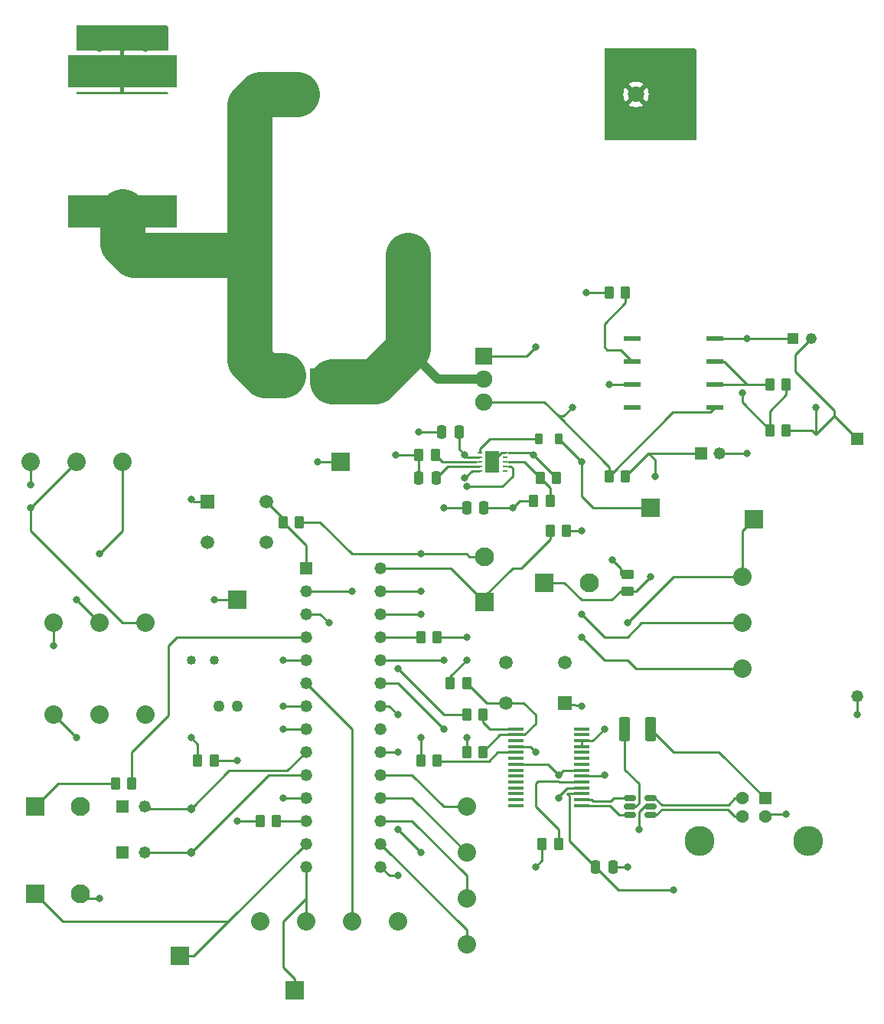
<source format=gbr>
%TF.GenerationSoftware,KiCad,Pcbnew,7.0.8*%
%TF.CreationDate,2023-11-20T12:48:28-05:00*%
%TF.ProjectId,Fufupot,46756675-706f-4742-9e6b-696361645f70,rev?*%
%TF.SameCoordinates,Original*%
%TF.FileFunction,Copper,L1,Top*%
%TF.FilePolarity,Positive*%
%FSLAX46Y46*%
G04 Gerber Fmt 4.6, Leading zero omitted, Abs format (unit mm)*
G04 Created by KiCad (PCBNEW 7.0.8) date 2023-11-20 12:48:28*
%MOMM*%
%LPD*%
G01*
G04 APERTURE LIST*
G04 Aperture macros list*
%AMRoundRect*
0 Rectangle with rounded corners*
0 $1 Rounding radius*
0 $2 $3 $4 $5 $6 $7 $8 $9 X,Y pos of 4 corners*
0 Add a 4 corners polygon primitive as box body*
4,1,4,$2,$3,$4,$5,$6,$7,$8,$9,$2,$3,0*
0 Add four circle primitives for the rounded corners*
1,1,$1+$1,$2,$3*
1,1,$1+$1,$4,$5*
1,1,$1+$1,$6,$7*
1,1,$1+$1,$8,$9*
0 Add four rect primitives between the rounded corners*
20,1,$1+$1,$2,$3,$4,$5,0*
20,1,$1+$1,$4,$5,$6,$7,0*
20,1,$1+$1,$6,$7,$8,$9,0*
20,1,$1+$1,$8,$9,$2,$3,0*%
G04 Aperture macros list end*
%TA.AperFunction,SMDPad,CuDef*%
%ADD10R,2.000000X2.000000*%
%TD*%
%TA.AperFunction,SMDPad,CuDef*%
%ADD11R,0.599999X0.240000*%
%TD*%
%TA.AperFunction,SMDPad,CuDef*%
%ADD12R,1.649999X2.400000*%
%TD*%
%TA.AperFunction,ComponentPad*%
%ADD13R,1.800000X1.800000*%
%TD*%
%TA.AperFunction,ComponentPad*%
%ADD14C,1.800000*%
%TD*%
%TA.AperFunction,ComponentPad*%
%ADD15R,1.219200X1.219200*%
%TD*%
%TA.AperFunction,ComponentPad*%
%ADD16C,1.219200*%
%TD*%
%TA.AperFunction,SMDPad,CuDef*%
%ADD17RoundRect,0.250000X-0.262500X-0.450000X0.262500X-0.450000X0.262500X0.450000X-0.262500X0.450000X0*%
%TD*%
%TA.AperFunction,SMDPad,CuDef*%
%ADD18RoundRect,0.250000X0.250000X0.475000X-0.250000X0.475000X-0.250000X-0.475000X0.250000X-0.475000X0*%
%TD*%
%TA.AperFunction,SMDPad,CuDef*%
%ADD19RoundRect,0.218750X-0.218750X-0.381250X0.218750X-0.381250X0.218750X0.381250X-0.218750X0.381250X0*%
%TD*%
%TA.AperFunction,ComponentPad*%
%ADD20R,1.905000X1.905000*%
%TD*%
%TA.AperFunction,ComponentPad*%
%ADD21C,1.905000*%
%TD*%
%TA.AperFunction,SMDPad,CuDef*%
%ADD22RoundRect,0.250000X0.262500X0.450000X-0.262500X0.450000X-0.262500X-0.450000X0.262500X-0.450000X0*%
%TD*%
%TA.AperFunction,ComponentPad*%
%ADD23R,2.100000X2.100000*%
%TD*%
%TA.AperFunction,ComponentPad*%
%ADD24C,2.100000*%
%TD*%
%TA.AperFunction,ComponentPad*%
%ADD25C,2.032000*%
%TD*%
%TA.AperFunction,ComponentPad*%
%ADD26R,1.320800X1.320800*%
%TD*%
%TA.AperFunction,ComponentPad*%
%ADD27C,1.320800*%
%TD*%
%TA.AperFunction,SMDPad,CuDef*%
%ADD28RoundRect,0.250000X0.375000X1.075000X-0.375000X1.075000X-0.375000X-1.075000X0.375000X-1.075000X0*%
%TD*%
%TA.AperFunction,SMDPad,CuDef*%
%ADD29R,1.854200X0.609600*%
%TD*%
%TA.AperFunction,ComponentPad*%
%ADD30R,1.575000X1.575000*%
%TD*%
%TA.AperFunction,ComponentPad*%
%ADD31C,1.575000*%
%TD*%
%TA.AperFunction,SMDPad,CuDef*%
%ADD32RoundRect,0.150000X0.512500X0.150000X-0.512500X0.150000X-0.512500X-0.150000X0.512500X-0.150000X0*%
%TD*%
%TA.AperFunction,ComponentPad*%
%ADD33R,1.600200X1.600200*%
%TD*%
%TA.AperFunction,ComponentPad*%
%ADD34C,1.600200*%
%TD*%
%TA.AperFunction,SMDPad,CuDef*%
%ADD35R,12.100000X3.550000*%
%TD*%
%TA.AperFunction,ComponentPad*%
%ADD36R,1.508000X1.508000*%
%TD*%
%TA.AperFunction,ComponentPad*%
%ADD37C,1.508000*%
%TD*%
%TA.AperFunction,SMDPad,CuDef*%
%ADD38RoundRect,0.250000X-0.250000X-0.475000X0.250000X-0.475000X0.250000X0.475000X-0.250000X0.475000X0*%
%TD*%
%TA.AperFunction,SMDPad,CuDef*%
%ADD39RoundRect,0.250000X-0.450000X0.262500X-0.450000X-0.262500X0.450000X-0.262500X0.450000X0.262500X0*%
%TD*%
%TA.AperFunction,ComponentPad*%
%ADD40C,1.270000*%
%TD*%
%TA.AperFunction,SMDPad,CuDef*%
%ADD41R,1.750000X0.450000*%
%TD*%
%TA.AperFunction,ComponentPad*%
%ADD42C,0.965200*%
%TD*%
%TA.AperFunction,ComponentPad*%
%ADD43C,1.016000*%
%TD*%
%TA.AperFunction,ComponentPad*%
%ADD44C,3.316000*%
%TD*%
%TA.AperFunction,ComponentPad*%
%ADD45C,1.428000*%
%TD*%
%TA.AperFunction,ComponentPad*%
%ADD46R,1.428000X1.428000*%
%TD*%
%TA.AperFunction,ViaPad*%
%ADD47C,0.800000*%
%TD*%
%TA.AperFunction,Conductor*%
%ADD48C,0.250000*%
%TD*%
%TA.AperFunction,Conductor*%
%ADD49C,0.284000*%
%TD*%
%TA.AperFunction,Conductor*%
%ADD50C,0.200000*%
%TD*%
%TA.AperFunction,Conductor*%
%ADD51C,1.000000*%
%TD*%
%TA.AperFunction,Conductor*%
%ADD52C,5.000000*%
%TD*%
G04 APERTURE END LIST*
D10*
%TO.P,TP6,1,1*%
%TO.N,PWM Speed Control*%
X140970000Y-102870000D03*
%TD*%
%TO.P,TP5,1,1*%
%TO.N,D_Buzz*%
X77470000Y-151130000D03*
%TD*%
%TO.P,TP4,1,1*%
%TO.N,D_Switch*%
X90170000Y-154940000D03*
%TD*%
%TO.P,TP2,1,1*%
%TO.N,+48V*%
X95250000Y-96520000D03*
%TD*%
%TO.P,TP1,1,1*%
%TO.N,+5V*%
X83820000Y-111760000D03*
%TD*%
%TO.P,TP3,1,1*%
%TO.N,+16V*%
X129540000Y-101600000D03*
%TD*%
D11*
%TO.P,U2,1,SW*%
%TO.N,Net-(U2-SW)*%
X110675000Y-95474414D03*
%TO.P,U2,2,VIN*%
%TO.N,+48V*%
X110675000Y-95974413D03*
%TO.P,U2,3,ILIM*%
%TO.N,Net-(U2-ILIM)*%
X110675000Y-96474415D03*
%TO.P,U2,4,SS*%
%TO.N,Net-(U2-SS)*%
X110675000Y-96974414D03*
%TO.P,U2,5,RT*%
%TO.N,GND*%
X110675000Y-97474413D03*
%TO.P,U2,6,PGOOD*%
%TO.N,unconnected-(U2-PGOOD-Pad6)*%
X113475000Y-97474413D03*
%TO.P,U2,7,EN*%
%TO.N,+48V*%
X113475000Y-96974414D03*
%TO.P,U2,8,FB*%
%TO.N,Net-(U2-FB)*%
X113475000Y-96474415D03*
%TO.P,U2,9,HYS*%
%TO.N,unconnected-(U2-HYS-Pad9)*%
X113475000Y-95974413D03*
%TO.P,U2,10,GND*%
%TO.N,GND*%
X113475000Y-95474414D03*
D12*
%TO.P,U2,11,PAD*%
X112075003Y-96474415D03*
%TD*%
D13*
%TO.P,C10,1,1*%
%TO.N,Net-(J4-Pin_2)*%
X90470000Y-55880000D03*
D14*
%TO.P,C10,2,2*%
%TO.N,GND*%
X127970000Y-55880000D03*
%TD*%
D15*
%TO.P,C9,1*%
%TO.N,+16V*%
X145320000Y-82839415D03*
D16*
%TO.P,C9,2*%
%TO.N,Net-(IC1-VSS)*%
X147326600Y-82839415D03*
%TD*%
D17*
%TO.P,R15,1*%
%TO.N,Net-(IC1-VO1)*%
X142780000Y-87919415D03*
%TO.P,R15,2*%
%TO.N,Net-(U5-G)*%
X144605000Y-87919415D03*
%TD*%
%TO.P,R16,1*%
%TO.N,Net-(U5-G)*%
X142780000Y-92999415D03*
%TO.P,R16,2*%
%TO.N,Net-(IC1-VSS)*%
X144605000Y-92999415D03*
%TD*%
D18*
%TO.P,C1,1*%
%TO.N,+48V*%
X108395000Y-93184415D03*
%TO.P,C1,2*%
%TO.N,GND*%
X106495000Y-93184415D03*
%TD*%
D19*
%TO.P,L1,1,1*%
%TO.N,Net-(U2-SW)*%
X117255000Y-93980000D03*
%TO.P,L1,2,2*%
%TO.N,+16V*%
X119380000Y-93980000D03*
%TD*%
D20*
%TO.P,U5,1,G*%
%TO.N,Net-(U5-G)*%
X111155000Y-84764415D03*
D21*
%TO.P,U5,2,C*%
%TO.N,Net-(J4-Pin_1)*%
X111155000Y-87314415D03*
%TO.P,U5,3,E*%
%TO.N,Net-(IC1-VSS)*%
X111155000Y-89864415D03*
%TD*%
D22*
%TO.P,R11,1*%
%TO.N,Net-(U3-TXD)*%
X111045000Y-124460000D03*
%TO.P,R11,2*%
%TO.N,TX*%
X109220000Y-124460000D03*
%TD*%
D23*
%TO.P,J7,1,Pin_1*%
%TO.N,Net-(J7-Pin_1)*%
X61500000Y-134620000D03*
D24*
%TO.P,J7,2,Pin_2*%
%TO.N,GND*%
X66500000Y-134620000D03*
%TD*%
D25*
%TO.P,J11,1,Pin_1*%
%TO.N,Net-(J11-Pin_1)*%
X63500000Y-124460000D03*
%TO.P,J11,2,Pin_2*%
%TO.N,+5V*%
X68580000Y-124460000D03*
%TO.P,J11,3,Pin_3*%
%TO.N,GND*%
X73660000Y-124460000D03*
%TD*%
D23*
%TO.P,J6,1,Pin_1*%
%TO.N,D_Buzz*%
X61500000Y-144255000D03*
D24*
%TO.P,J6,2,Pin_2*%
%TO.N,GND*%
X66500000Y-144255000D03*
%TD*%
D22*
%TO.P,R12,1*%
%TO.N,GND*%
X120292500Y-104140000D03*
%TO.P,R12,2*%
%TO.N,A2*%
X118467500Y-104140000D03*
%TD*%
D26*
%TO.P,C6,1*%
%TO.N,GND*%
X71120000Y-139700000D03*
D27*
%TO.P,C6,2*%
%TO.N,Net-(U4-PB7)*%
X73620000Y-139700000D03*
%TD*%
D28*
%TO.P,F1,1*%
%TO.N,Net-(J2-VBUS)*%
X129540000Y-126019415D03*
%TO.P,F1,2*%
%TO.N,VBUS*%
X126740000Y-126019415D03*
%TD*%
D29*
%TO.P,IC1,1,NC_1*%
%TO.N,unconnected-(IC1-NC_1-Pad1)*%
X127540000Y-82839415D03*
%TO.P,IC1,2,ANODE*%
%TO.N,Net-(IC1-ANODE)*%
X127540000Y-85379415D03*
%TO.P,IC1,3,CATHODE*%
%TO.N,GND*%
X127540000Y-87919415D03*
%TO.P,IC1,4,NC_2*%
%TO.N,unconnected-(IC1-NC_2-Pad4)*%
X127540000Y-90459415D03*
%TO.P,IC1,5,VSS*%
%TO.N,Net-(IC1-VSS)*%
X136697000Y-90459415D03*
%TO.P,IC1,6,VO1*%
%TO.N,Net-(IC1-VO1)*%
X136697000Y-87919415D03*
%TO.P,IC1,7,VO2*%
X136697000Y-85379415D03*
%TO.P,IC1,8,VDD*%
%TO.N,+16V*%
X136697000Y-82839415D03*
%TD*%
D22*
%TO.P,R8,1*%
%TO.N,DTR*%
X109220000Y-120939415D03*
%TO.P,R8,2*%
%TO.N,+5V*%
X107395000Y-120939415D03*
%TD*%
D25*
%TO.P,J3,1,Pin_1*%
%TO.N,+5V*%
X71120000Y-96520000D03*
%TO.P,J3,2,Pin_2*%
%TO.N,+48V*%
X66040000Y-96520000D03*
%TO.P,J3,3,Pin_3*%
%TO.N,GND*%
X60960000Y-96520000D03*
%TD*%
D26*
%TO.P,C5,1*%
%TO.N,GND*%
X71120000Y-134620000D03*
D27*
%TO.P,C5,2*%
%TO.N,Net-(U4-PB6)*%
X73620000Y-134620000D03*
%TD*%
D30*
%TO.P,J4,1,Pin_1*%
%TO.N,Net-(J4-Pin_1)*%
X92690000Y-86885000D03*
D31*
%TO.P,J4,2,Pin_2*%
%TO.N,Net-(J4-Pin_2)*%
X90190000Y-86885000D03*
%TD*%
D17*
%TO.P,R9,1*%
%TO.N,GND*%
X109220000Y-128559415D03*
%TO.P,R9,2*%
%TO.N,DTR*%
X111045000Y-128559415D03*
%TD*%
%TO.P,R14,1*%
%TO.N,D9*%
X125000000Y-77759415D03*
%TO.P,R14,2*%
%TO.N,Net-(IC1-ANODE)*%
X126825000Y-77759415D03*
%TD*%
D23*
%TO.P,J12,1,Pin_1*%
%TO.N,A3*%
X117782500Y-109866915D03*
D24*
%TO.P,J12,2,Pin_2*%
%TO.N,+5V*%
X122782500Y-109866915D03*
%TD*%
D25*
%TO.P,J8,1,Pin_1*%
%TO.N,GND*%
X86360000Y-147320000D03*
%TO.P,J8,2,Pin_2*%
%TO.N,D_Switch*%
X91440000Y-147320000D03*
%TO.P,J8,3,Pin_3*%
%TO.N,D_Red*%
X96520000Y-147320000D03*
%TO.P,J8,4,Pin_4*%
%TO.N,GND*%
X101600000Y-147320000D03*
%TD*%
D32*
%TO.P,U1,1,I/O1*%
%TO.N,USB_CON_D+*%
X129540000Y-135539415D03*
%TO.P,U1,2,GND*%
%TO.N,GND*%
X129540000Y-134589415D03*
%TO.P,U1,3,I/O2*%
%TO.N,USB_CON_D-*%
X129540000Y-133639415D03*
%TO.P,U1,4,I/O2*%
%TO.N,USB_D-*%
X127265000Y-133639415D03*
%TO.P,U1,5,VBUS*%
%TO.N,VBUS*%
X127265000Y-134589415D03*
%TO.P,U1,6,I/O1*%
%TO.N,USB_D+*%
X127265000Y-135539415D03*
%TD*%
D33*
%TO.P,C12,1*%
%TO.N,Net-(J4-Pin_2)*%
X85230000Y-73660000D03*
D34*
%TO.P,C12,2*%
%TO.N,Net-(J4-Pin_1)*%
X102730000Y-73660000D03*
%TD*%
D22*
%TO.P,R20,1*%
%TO.N,Net-(U4-PD6)*%
X88185000Y-136179415D03*
%TO.P,R20,2*%
%TO.N,GND*%
X86360000Y-136179415D03*
%TD*%
D26*
%TO.P,R17,1*%
%TO.N,Net-(IC1-VSS)*%
X152400000Y-93980000D03*
D27*
%TO.P,R17,2*%
%TO.N,GND*%
X152400000Y-122379994D03*
%TD*%
D35*
%TO.P,L3,1,1*%
%TO.N,+48V*%
X71120000Y-53340000D03*
%TO.P,L3,2,2*%
%TO.N,Net-(J4-Pin_2)*%
X71120000Y-68840000D03*
%TD*%
D36*
%TO.P,SW2,1,1*%
%TO.N,GND*%
X120090000Y-123189415D03*
D37*
%TO.P,SW2,2,2*%
%TO.N,DTR*%
X113590000Y-123189415D03*
%TO.P,SW2,3*%
%TO.N,N/C*%
X120090000Y-118689415D03*
%TO.P,SW2,4*%
X113590000Y-118689415D03*
%TD*%
D22*
%TO.P,R10,1*%
%TO.N,Net-(U3-RXD)*%
X105965000Y-129540000D03*
%TO.P,R10,2*%
%TO.N,RX*%
X104140000Y-129540000D03*
%TD*%
%TO.P,R2,1*%
%TO.N,D_LEDStrip*%
X81280000Y-129540000D03*
%TO.P,R2,2*%
%TO.N,Net-(J11-Pin_1)*%
X79455000Y-129540000D03*
%TD*%
D38*
%TO.P,C2,1*%
%TO.N,+3V3*%
X123510000Y-141259415D03*
%TO.P,C2,2*%
%TO.N,GND*%
X125410000Y-141259415D03*
%TD*%
D25*
%TO.P,J10,1,Pin_1*%
%TO.N,GND*%
X63500000Y-114300000D03*
%TO.P,J10,2,Pin_2*%
%TO.N,+5V*%
X68580000Y-114300000D03*
%TO.P,J10,3,Pin_3*%
%TO.N,+48V*%
X73660000Y-114300000D03*
%TD*%
D39*
%TO.P,R13,1*%
%TO.N,GND*%
X127000000Y-108954415D03*
%TO.P,R13,2*%
%TO.N,A3*%
X127000000Y-110779415D03*
%TD*%
D22*
%TO.P,R7,1*%
%TO.N,+5V*%
X90725000Y-103159415D03*
%TO.P,R7,2*%
%TO.N,RESET*%
X88900000Y-103159415D03*
%TD*%
D18*
%TO.P,C4,1*%
%TO.N,+16V*%
X111120000Y-101600000D03*
%TO.P,C4,2*%
%TO.N,GND*%
X109220000Y-101600000D03*
%TD*%
D36*
%TO.P,SW1,1,1*%
%TO.N,GND*%
X80570000Y-100909415D03*
D37*
%TO.P,SW1,2,2*%
%TO.N,RESET*%
X87070000Y-100909415D03*
%TO.P,SW1,3*%
%TO.N,N/C*%
X80570000Y-105409415D03*
%TO.P,SW1,4*%
X87070000Y-105409415D03*
%TD*%
D18*
%TO.P,C3,1*%
%TO.N,Net-(U2-SS)*%
X105855000Y-98264415D03*
%TO.P,C3,2*%
%TO.N,GND*%
X103955000Y-98264415D03*
%TD*%
D17*
%TO.P,R5,1*%
%TO.N,+16V*%
X116655000Y-100804415D03*
%TO.P,R5,2*%
%TO.N,Net-(U2-FB)*%
X118480000Y-100804415D03*
%TD*%
D26*
%TO.P,C11,1*%
%TO.N,A1*%
X135160000Y-95539415D03*
D27*
%TO.P,C11,2*%
%TO.N,GND*%
X137160000Y-95539415D03*
%TD*%
D22*
%TO.P,R1,1*%
%TO.N,D_LED*%
X72195000Y-132080000D03*
%TO.P,R1,2*%
%TO.N,Net-(J7-Pin_1)*%
X70370000Y-132080000D03*
%TD*%
D40*
%TO.P,C7,1*%
%TO.N,+5V*%
X83820000Y-123479415D03*
%TO.P,C7,2*%
%TO.N,GND*%
X81820000Y-123479415D03*
%TD*%
D17*
%TO.P,R4,1*%
%TO.N,+5V*%
X117555000Y-138719415D03*
%TO.P,R4,2*%
%TO.N,Net-(U3-~{RESET})*%
X119380000Y-138719415D03*
%TD*%
D41*
%TO.P,U3,1,TXD*%
%TO.N,Net-(U3-TXD)*%
X114720000Y-126019415D03*
%TO.P,U3,2,DTR*%
%TO.N,DTR*%
X114720000Y-126669415D03*
%TO.P,U3,3,RTS*%
%TO.N,unconnected-(U3-RTS-Pad3)*%
X114720000Y-127319415D03*
%TO.P,U3,4,VCCIO*%
%TO.N,+5V*%
X114720000Y-127969415D03*
%TO.P,U3,5,RXD*%
%TO.N,Net-(U3-RXD)*%
X114720000Y-128619415D03*
%TO.P,U3,6,RI*%
%TO.N,unconnected-(U3-RI-Pad6)*%
X114720000Y-129269415D03*
%TO.P,U3,7,GND*%
%TO.N,GND*%
X114720000Y-129919415D03*
%TO.P,U3,8*%
%TO.N,N/C*%
X114720000Y-130569415D03*
%TO.P,U3,9,DCR*%
%TO.N,unconnected-(U3-DCR-Pad9)*%
X114720000Y-131219415D03*
%TO.P,U3,10,DCD*%
%TO.N,unconnected-(U3-DCD-Pad10)*%
X114720000Y-131869415D03*
%TO.P,U3,11,CTS*%
%TO.N,unconnected-(U3-CTS-Pad11)*%
X114720000Y-132519415D03*
%TO.P,U3,12,CBUS4*%
%TO.N,unconnected-(U3-CBUS4-Pad12)*%
X114720000Y-133169415D03*
%TO.P,U3,13,CBUS2*%
%TO.N,unconnected-(U3-CBUS2-Pad13)*%
X114720000Y-133819415D03*
%TO.P,U3,14,CBUS3*%
%TO.N,unconnected-(U3-CBUS3-Pad14)*%
X114720000Y-134469415D03*
%TO.P,U3,15,USBD+*%
%TO.N,USB_D+*%
X121920000Y-134469415D03*
%TO.P,U3,16,USBD-*%
%TO.N,USB_D-*%
X121920000Y-133819415D03*
%TO.P,U3,17,3V3OUT*%
%TO.N,+3V3*%
X121920000Y-133169415D03*
%TO.P,U3,18,GND*%
%TO.N,GND*%
X121920000Y-132519415D03*
%TO.P,U3,19,~{RESET}*%
%TO.N,Net-(U3-~{RESET})*%
X121920000Y-131869415D03*
%TO.P,U3,20,VCC*%
%TO.N,+5V*%
X121920000Y-131219415D03*
%TO.P,U3,21,GND*%
%TO.N,GND*%
X121920000Y-130569415D03*
%TO.P,U3,22,CBUS1*%
%TO.N,unconnected-(U3-CBUS1-Pad22)*%
X121920000Y-129919415D03*
%TO.P,U3,23,CBUS0*%
%TO.N,unconnected-(U3-CBUS0-Pad23)*%
X121920000Y-129269415D03*
%TO.P,U3,24*%
%TO.N,N/C*%
X121920000Y-128619415D03*
%TO.P,U3,25,AGND*%
%TO.N,GND*%
X121920000Y-127969415D03*
%TO.P,U3,26,TEST*%
X121920000Y-127319415D03*
%TO.P,U3,27,OSCI*%
%TO.N,unconnected-(U3-OSCI-Pad27)*%
X121920000Y-126669415D03*
%TO.P,U3,28,OSCO*%
%TO.N,unconnected-(U3-OSCO-Pad28)*%
X121920000Y-126019415D03*
%TD*%
D23*
%TO.P,J9,1,Pin_1*%
%TO.N,A2*%
X111235000Y-111989415D03*
D24*
%TO.P,J9,2,Pin_2*%
%TO.N,+5V*%
X111235000Y-106989415D03*
%TD*%
D42*
%TO.P,16MHz1,1,1*%
%TO.N,Net-(U4-PB7)*%
X78740000Y-139700000D03*
%TO.P,16MHz1,2,2*%
%TO.N,Net-(U4-PB6)*%
X78740000Y-134819999D03*
%TD*%
D17*
%TO.P,R18,1*%
%TO.N,Net-(IC1-VSS)*%
X125000000Y-98079415D03*
%TO.P,R18,2*%
%TO.N,A1*%
X126825000Y-98079415D03*
%TD*%
D43*
%TO.P,C8,1*%
%TO.N,+5V*%
X81280000Y-118399415D03*
%TO.P,C8,2*%
%TO.N,GND*%
X78740000Y-118399415D03*
%TD*%
D17*
%TO.P,R6,1*%
%TO.N,Net-(U2-FB)*%
X117370000Y-98264415D03*
%TO.P,R6,2*%
%TO.N,GND*%
X119195000Y-98264415D03*
%TD*%
D25*
%TO.P,J13,1,Pin_1*%
%TO.N,A4*%
X139700000Y-119380000D03*
%TO.P,J13,2,Pin_2*%
%TO.N,A5*%
X139700000Y-114300000D03*
%TO.P,J13,3,Pin_3*%
%TO.N,PWM Speed Control*%
X139700000Y-109220000D03*
%TD*%
D26*
%TO.P,U4,1,PC6*%
%TO.N,RESET*%
X91440000Y-108239415D03*
D27*
%TO.P,U4,2,PD0*%
%TO.N,RX*%
X91440000Y-110779415D03*
%TO.P,U4,3,PD1*%
%TO.N,TX*%
X91440000Y-113319415D03*
%TO.P,U4,4,PD2*%
%TO.N,D_LED*%
X91440000Y-115859415D03*
%TO.P,U4,5,PD3*%
%TO.N,D9*%
X91440000Y-118399415D03*
%TO.P,U4,6,PD4*%
%TO.N,D_Red*%
X91440000Y-120939415D03*
%TO.P,U4,7,VCC*%
%TO.N,+5V*%
X91440000Y-123479415D03*
%TO.P,U4,8,GND*%
%TO.N,GND*%
X91440000Y-126019415D03*
%TO.P,U4,9,PB6*%
%TO.N,Net-(U4-PB6)*%
X91440000Y-128559415D03*
%TO.P,U4,10,PB7*%
%TO.N,Net-(U4-PB7)*%
X91440000Y-131099415D03*
%TO.P,U4,11,PD5*%
%TO.N,D_LEDStrip*%
X91440000Y-133639415D03*
%TO.P,U4,12,PD6*%
%TO.N,Net-(U4-PD6)*%
X91440000Y-136179415D03*
%TO.P,U4,13,PD7*%
%TO.N,D_Buzz*%
X91440000Y-138719415D03*
%TO.P,U4,14,PB0*%
%TO.N,D_Switch*%
X91440000Y-141259415D03*
%TO.P,U4,15,PB1*%
%TO.N,PWM Speed Control*%
X99695000Y-141259415D03*
%TO.P,U4,16,PB2*%
%TO.N,SS*%
X99695000Y-138719415D03*
%TO.P,U4,17,PB3*%
%TO.N,MOSI*%
X99695000Y-136179415D03*
%TO.P,U4,18,PB4*%
%TO.N,MISO*%
X99695000Y-133639415D03*
%TO.P,U4,19,PB5*%
%TO.N,SCK*%
X99695000Y-131099415D03*
%TO.P,U4,20,AVCC*%
%TO.N,+5V*%
X99695000Y-128559415D03*
%TO.P,U4,21,AREF*%
%TO.N,unconnected-(U4-AREF-Pad21)*%
X99695000Y-126019415D03*
%TO.P,U4,22,GND*%
%TO.N,GND*%
X99695000Y-123479415D03*
%TO.P,U4,23,PC0*%
%TO.N,A4*%
X99695000Y-120939415D03*
%TO.P,U4,24,PC1*%
%TO.N,A5*%
X99695000Y-118399415D03*
%TO.P,U4,25,PC2*%
%TO.N,Net-(U4-PC2)*%
X99695000Y-115859415D03*
%TO.P,U4,26,PC3*%
%TO.N,A3*%
X99695000Y-113319415D03*
%TO.P,U4,27,PC4*%
%TO.N,A1*%
X99695000Y-110779415D03*
%TO.P,U4,28,PC5*%
%TO.N,A2*%
X99695000Y-108239415D03*
%TD*%
D17*
%TO.P,R19,1*%
%TO.N,Net-(U4-PC2)*%
X104140000Y-115859415D03*
%TO.P,R19,2*%
%TO.N,GND*%
X105965000Y-115859415D03*
%TD*%
D25*
%TO.P,J1,1,Pin_1*%
%TO.N,SS*%
X109220000Y-149860000D03*
%TO.P,J1,2,Pin_2*%
%TO.N,MOSI*%
X109220000Y-144780000D03*
%TO.P,J1,3,Pin_3*%
%TO.N,MISO*%
X109220000Y-139700000D03*
%TO.P,J1,4,Pin_4*%
%TO.N,SCK*%
X109220000Y-134620000D03*
%TD*%
D44*
%TO.P,J2,SH2*%
%TO.N,N/C*%
X147010000Y-138389415D03*
%TO.P,J2,SH1*%
X134970000Y-138389415D03*
D45*
%TO.P,J2,4,GND*%
%TO.N,GND*%
X142240000Y-135679415D03*
%TO.P,J2,3,D+*%
%TO.N,USB_CON_D+*%
X139740000Y-135679415D03*
%TO.P,J2,2,D-*%
%TO.N,USB_CON_D-*%
X139740000Y-133679415D03*
D46*
%TO.P,J2,1,VBUS*%
%TO.N,Net-(J2-VBUS)*%
X142240000Y-133679415D03*
%TD*%
D22*
%TO.P,R3,1*%
%TO.N,Net-(U2-ILIM)*%
X105780000Y-95724415D03*
%TO.P,R3,2*%
%TO.N,GND*%
X103955000Y-95724415D03*
%TD*%
D47*
%TO.N,+48V*%
X92710000Y-96520000D03*
%TO.N,+5V*%
X81280000Y-111760000D03*
%TO.N,GND*%
X128270000Y-137160000D03*
X144610000Y-135470000D03*
%TO.N,+3V3*%
X132080000Y-143799415D03*
%TO.N,+5V*%
X116840000Y-128559415D03*
X68580000Y-106680000D03*
X66040000Y-111760000D03*
X124460000Y-131099415D03*
X88900000Y-123479415D03*
X116840000Y-141259415D03*
X101600000Y-128559415D03*
X104140000Y-106680000D03*
X109220000Y-118399415D03*
%TO.N,Net-(U5-G)*%
X139700000Y-88900000D03*
X116840000Y-83820000D03*
%TO.N,RX*%
X104140000Y-139700000D03*
X96520000Y-110779415D03*
X101600000Y-137160000D03*
X104140000Y-127000000D03*
%TO.N,TX*%
X93980000Y-114300000D03*
X101600000Y-119380000D03*
%TO.N,+48V*%
X109261378Y-99237944D03*
X60960000Y-101600000D03*
X71120000Y-50800000D03*
X68580000Y-50800000D03*
X73660000Y-50800000D03*
X109035000Y-95724415D03*
%TO.N,GND*%
X109220000Y-115859415D03*
X152400000Y-124460000D03*
X101600000Y-124460000D03*
X124460000Y-126019415D03*
X121920000Y-123479415D03*
X78740000Y-100619415D03*
X125362500Y-107326915D03*
X106680000Y-101600000D03*
X101415000Y-95724415D03*
X109035000Y-98264415D03*
X132080000Y-53340000D03*
X119380000Y-133639415D03*
X127000000Y-141259415D03*
X88900000Y-126019415D03*
X119380000Y-131099415D03*
X63500000Y-116840000D03*
X60960000Y-99060000D03*
X103955000Y-93184415D03*
X121920000Y-104140000D03*
X140240000Y-95539415D03*
X116655000Y-95724415D03*
X109220000Y-127000000D03*
X132080000Y-55880000D03*
X132080000Y-58420000D03*
X68580000Y-144780000D03*
X83820000Y-136179415D03*
X125000000Y-87919415D03*
%TO.N,+16V*%
X121920000Y-96520000D03*
X114300000Y-101600000D03*
X140240000Y-82839415D03*
%TO.N,Net-(IC1-VSS)*%
X147860000Y-90459415D03*
X120939415Y-90459415D03*
%TO.N,A1*%
X130080000Y-98079415D03*
X104140000Y-110779415D03*
%TO.N,D9*%
X122460000Y-77759415D03*
X88900000Y-118399415D03*
%TO.N,D_LEDStrip*%
X83820000Y-129540000D03*
X88900000Y-133639415D03*
%TO.N,Net-(J11-Pin_1)*%
X78740000Y-127000000D03*
X66040000Y-127000000D03*
%TO.N,A4*%
X121920000Y-115859415D03*
X106680000Y-126019415D03*
%TO.N,A5*%
X121920000Y-113319415D03*
X106680000Y-118399415D03*
%TO.N,A3*%
X104140000Y-113319415D03*
X129540000Y-109220000D03*
%TO.N,PWM Speed Control*%
X127000000Y-114300000D03*
X101600000Y-142240000D03*
%TD*%
D48*
%TO.N,D_Switch*%
X88900000Y-152400000D02*
X90170000Y-153670000D01*
X90170000Y-153670000D02*
X90170000Y-154940000D01*
X88900000Y-147320000D02*
X88900000Y-152400000D01*
X91440000Y-144780000D02*
X88900000Y-147320000D01*
X91440000Y-144780000D02*
X91440000Y-147320000D01*
X91440000Y-141259415D02*
X91440000Y-144780000D01*
%TO.N,D_Buzz*%
X79029415Y-151130000D02*
X82839415Y-147320000D01*
X77470000Y-151130000D02*
X79029415Y-151130000D01*
%TO.N,PWM Speed Control*%
X139700000Y-104140000D02*
X140970000Y-102870000D01*
X139700000Y-109220000D02*
X139700000Y-104140000D01*
%TO.N,+48V*%
X95250000Y-96520000D02*
X92710000Y-96520000D01*
%TO.N,+5V*%
X83820000Y-111760000D02*
X81280000Y-111760000D01*
D49*
%TO.N,USB_CON_D-*%
X130810000Y-134421500D02*
X130027915Y-133639415D01*
X130027915Y-133639415D02*
X129540000Y-133639415D01*
%TO.N,USB_CON_D+*%
X130176085Y-135539415D02*
X129540000Y-135539415D01*
X130810000Y-134905500D02*
X130176085Y-135539415D01*
D48*
%TO.N,GND*%
X128270000Y-135196915D02*
X128270000Y-137160000D01*
X128877500Y-134589415D02*
X128270000Y-135196915D01*
X129540000Y-134589415D02*
X128877500Y-134589415D01*
D49*
%TO.N,USB_D-*%
X123089415Y-133819415D02*
X121920000Y-133819415D01*
X123250000Y-133980000D02*
X123089415Y-133819415D01*
X125150000Y-133980000D02*
X123250000Y-133980000D01*
X125490585Y-133639415D02*
X125150000Y-133980000D01*
X127265000Y-133639415D02*
X125490585Y-133639415D01*
%TO.N,USB_D+*%
X125060000Y-134510000D02*
X126089415Y-135539415D01*
X121960585Y-134510000D02*
X125060000Y-134510000D01*
X126089415Y-135539415D02*
X127265000Y-135539415D01*
D50*
X121920000Y-134469415D02*
X121960585Y-134510000D01*
D48*
%TO.N,VBUS*%
X128270000Y-134246915D02*
X127927500Y-134589415D01*
X127927500Y-134589415D02*
X127265000Y-134589415D01*
X128270000Y-132080000D02*
X128270000Y-134246915D01*
X126740000Y-130550000D02*
X128270000Y-132080000D01*
X126740000Y-126019415D02*
X126740000Y-130550000D01*
D49*
%TO.N,USB_CON_D+*%
X138105500Y-134905500D02*
X130810000Y-134905500D01*
X139740000Y-135679415D02*
X138879415Y-135679415D01*
X138879415Y-135679415D02*
X138105500Y-134905500D01*
%TO.N,USB_CON_D-*%
X138178500Y-134421500D02*
X130810000Y-134421500D01*
X138920585Y-133679415D02*
X138178500Y-134421500D01*
X139740000Y-133679415D02*
X138920585Y-133679415D01*
D48*
%TO.N,+16V*%
X121920000Y-100330000D02*
X121920000Y-96520000D01*
X123190000Y-101600000D02*
X121920000Y-100330000D01*
X129540000Y-101600000D02*
X123190000Y-101600000D01*
D51*
%TO.N,Net-(J4-Pin_1)*%
X106084415Y-87314415D02*
X102730000Y-83960000D01*
X111155000Y-87314415D02*
X106084415Y-87314415D01*
D52*
X99060000Y-87630000D02*
X94402500Y-87630000D01*
X102730000Y-83960000D02*
X99060000Y-87630000D01*
X102730000Y-73660000D02*
X102730000Y-83960000D01*
%TO.N,Net-(J4-Pin_2)*%
X86885000Y-86885000D02*
X88900000Y-86885000D01*
X85230000Y-85230000D02*
X86885000Y-86885000D01*
X85230000Y-73660000D02*
X85230000Y-85230000D01*
X86360000Y-55880000D02*
X90470000Y-55880000D01*
X85230000Y-57010000D02*
X86360000Y-55880000D01*
X85230000Y-73660000D02*
X85230000Y-57010000D01*
X72390000Y-73660000D02*
X85230000Y-73660000D01*
X71120000Y-72390000D02*
X72390000Y-73660000D01*
X71120000Y-68840000D02*
X71120000Y-72390000D01*
D48*
%TO.N,Net-(J2-VBUS)*%
X137120000Y-128559415D02*
X132080000Y-128559415D01*
X142240000Y-133679415D02*
X137120000Y-128559415D01*
%TO.N,GND*%
X142449415Y-135470000D02*
X142240000Y-135679415D01*
X144610000Y-135470000D02*
X142449415Y-135470000D01*
%TO.N,VBUS*%
X127000000Y-134589415D02*
X126735000Y-134589415D01*
%TO.N,GND*%
X152400000Y-122379994D02*
X152400000Y-124460000D01*
%TO.N,Net-(IC1-VSS)*%
X152400000Y-93980000D02*
X149860000Y-91440000D01*
%TO.N,Net-(J2-VBUS)*%
X132080000Y-128559415D02*
X129540000Y-126019415D01*
%TO.N,GND*%
X113075004Y-95474414D02*
X112075003Y-96474415D01*
X113475000Y-95474414D02*
X113075004Y-95474414D01*
%TO.N,+48V*%
X109035000Y-95724415D02*
X108395000Y-95084415D01*
X109035000Y-95724415D02*
X109285000Y-95974415D01*
X108395000Y-95084415D02*
X108395000Y-93184415D01*
X109285000Y-95974415D02*
X110600000Y-95974415D01*
%TO.N,Net-(U2-SW)*%
X110675000Y-95065000D02*
X110675000Y-95474414D01*
X111760000Y-93980000D02*
X110675000Y-95065000D01*
X117255000Y-93980000D02*
X111760000Y-93980000D01*
%TO.N,+3V3*%
X120346776Y-133169415D02*
X120637156Y-133459795D01*
X120637156Y-133459795D02*
X120637156Y-138386571D01*
X121920000Y-133169415D02*
X120346776Y-133169415D01*
X126050000Y-143799415D02*
X123510000Y-141259415D01*
X132080000Y-143799415D02*
X126050000Y-143799415D01*
X120637156Y-138386571D02*
X123510000Y-141259415D01*
%TO.N,+5V*%
X101600000Y-128559415D02*
X99695000Y-128559415D01*
X124460000Y-131099415D02*
X124340000Y-131219415D01*
X124340000Y-131219415D02*
X121920000Y-131219415D01*
X109220000Y-106680000D02*
X109529415Y-106989415D01*
X92999415Y-103159415D02*
X90725000Y-103159415D01*
X104140000Y-106680000D02*
X109220000Y-106680000D01*
X107395000Y-120224415D02*
X109220000Y-118399415D01*
X109529415Y-106989415D02*
X111235000Y-106989415D01*
X68580000Y-114300000D02*
X66040000Y-111760000D01*
X91440000Y-123479415D02*
X88900000Y-123479415D01*
X96520000Y-106680000D02*
X92999415Y-103159415D01*
X116250000Y-127969415D02*
X114720000Y-127969415D01*
X104140000Y-106680000D02*
X96520000Y-106680000D01*
X116840000Y-128559415D02*
X116250000Y-127969415D01*
X71120000Y-104140000D02*
X68580000Y-106680000D01*
X117555000Y-140544415D02*
X116840000Y-141259415D01*
X117555000Y-138719415D02*
X117555000Y-140544415D01*
X107395000Y-120939415D02*
X107395000Y-120224415D01*
X71120000Y-96520000D02*
X71120000Y-104140000D01*
%TO.N,Net-(U3-~{RESET})*%
X121920000Y-131869415D02*
X119425000Y-131869415D01*
X119380000Y-131824415D02*
X117095585Y-131824415D01*
X116840000Y-132080000D02*
X116840000Y-134620000D01*
X117095585Y-131824415D02*
X116840000Y-132080000D01*
X119425000Y-131869415D02*
X119380000Y-131824415D01*
X119380000Y-137160000D02*
X119380000Y-138719415D01*
X116840000Y-134620000D02*
X119380000Y-137160000D01*
%TO.N,DTR*%
X116840000Y-124460000D02*
X116840000Y-125459035D01*
X113590000Y-123189415D02*
X115569415Y-123189415D01*
X111470000Y-123189415D02*
X109220000Y-120939415D01*
X113590000Y-123189415D02*
X111470000Y-123189415D01*
X112935000Y-126669415D02*
X114720000Y-126669415D01*
X111045000Y-128559415D02*
X112935000Y-126669415D01*
X116840000Y-125459035D02*
X115629620Y-126669415D01*
X115629620Y-126669415D02*
X114720000Y-126669415D01*
X115569415Y-123189415D02*
X116840000Y-124460000D01*
%TO.N,Net-(U5-G)*%
X144605000Y-87919415D02*
X144605000Y-89075000D01*
X115895585Y-84764415D02*
X111155000Y-84764415D01*
X142780000Y-90900000D02*
X142780000Y-92999415D01*
X116840000Y-83820000D02*
X115895585Y-84764415D01*
X139700000Y-88900000D02*
X139700000Y-89919415D01*
X144605000Y-89075000D02*
X142780000Y-90900000D01*
X139700000Y-89919415D02*
X142780000Y-92999415D01*
%TO.N,Net-(U3-RXD)*%
X106009415Y-129584415D02*
X105965000Y-129540000D01*
X112680585Y-128619415D02*
X111715585Y-129584415D01*
X111715585Y-129584415D02*
X106009415Y-129584415D01*
X114720000Y-128619415D02*
X112680585Y-128619415D01*
%TO.N,RX*%
X101600000Y-137160000D02*
X104140000Y-139700000D01*
X96520000Y-110779415D02*
X91440000Y-110779415D01*
X104140000Y-129540000D02*
X104140000Y-127000000D01*
%TO.N,Net-(U3-TXD)*%
X114720000Y-126019415D02*
X111760000Y-126019415D01*
X111045000Y-125304415D02*
X111045000Y-124460000D01*
X111760000Y-126019415D02*
X111045000Y-125304415D01*
%TO.N,TX*%
X106680000Y-124460000D02*
X101600000Y-119380000D01*
X92999415Y-113319415D02*
X91440000Y-113319415D01*
X109220000Y-124460000D02*
X106680000Y-124460000D01*
X93980000Y-114300000D02*
X92999415Y-113319415D01*
%TO.N,Net-(U2-ILIM)*%
X110315000Y-96474415D02*
X106530000Y-96474415D01*
X106530000Y-96474415D02*
X105780000Y-95724415D01*
%TO.N,Net-(U2-SS)*%
X110600000Y-96974415D02*
X107145000Y-96974415D01*
X107145000Y-96974415D02*
X105855000Y-98264415D01*
%TO.N,Net-(U2-FB)*%
X118480000Y-99374415D02*
X117370000Y-98264415D01*
X115580000Y-96474415D02*
X113835000Y-96474415D01*
X118480000Y-100804415D02*
X118480000Y-99374415D01*
X117370000Y-98264415D02*
X115580000Y-96474415D01*
%TO.N,+48V*%
X114300000Y-98079415D02*
X114300000Y-97199795D01*
X71120000Y-114300000D02*
X60960000Y-104140000D01*
X60960000Y-104140000D02*
X60960000Y-101600000D01*
X113141471Y-99237944D02*
X114300000Y-98079415D01*
X114074620Y-96974415D02*
X113835000Y-96974415D01*
X73660000Y-114300000D02*
X71120000Y-114300000D01*
X109261378Y-99237944D02*
X113141471Y-99237944D01*
X66040000Y-96520000D02*
X60960000Y-101600000D01*
X114300000Y-97199795D02*
X114074620Y-96974415D01*
%TO.N,GND*%
X86360000Y-136179415D02*
X83820000Y-136179415D01*
X109220000Y-128559415D02*
X109220000Y-127000000D01*
X109220000Y-101600000D02*
X106680000Y-101600000D01*
X116655000Y-95724415D02*
X116405000Y-95474415D01*
X140240000Y-95539415D02*
X137160000Y-95539415D01*
X67025000Y-144780000D02*
X66500000Y-144255000D01*
X119380000Y-131099415D02*
X119910000Y-130569415D01*
X121920000Y-127969415D02*
X121920000Y-127319415D01*
X121920000Y-127319415D02*
X123160000Y-127319415D01*
X127540000Y-87919415D02*
X125000000Y-87919415D01*
X116405000Y-95474415D02*
X113835000Y-95474415D01*
X120360380Y-132519415D02*
X119380000Y-133499795D01*
X123160000Y-127319415D02*
X124460000Y-126019415D01*
X110600000Y-97474415D02*
X109825000Y-97474415D01*
X119380000Y-133499795D02*
X119380000Y-133639415D01*
X126275000Y-108239415D02*
X125362500Y-107326915D01*
X126275000Y-108954415D02*
X126275000Y-108239415D01*
X99695000Y-123479415D02*
X100619415Y-123479415D01*
X79030000Y-100909415D02*
X78740000Y-100619415D01*
X109825000Y-97474415D02*
X109035000Y-98264415D01*
X63500000Y-116840000D02*
X63500000Y-114300000D01*
X68580000Y-144780000D02*
X67025000Y-144780000D01*
X106495000Y-93184415D02*
X103955000Y-93184415D01*
X103955000Y-95724415D02*
X101415000Y-95724415D01*
X121920000Y-104140000D02*
X120292500Y-104140000D01*
X100619415Y-123479415D02*
X101600000Y-124460000D01*
X119195000Y-98264415D02*
X116655000Y-95724415D01*
X127000000Y-141259415D02*
X125410000Y-141259415D01*
X80570000Y-100909415D02*
X79030000Y-100909415D01*
X103955000Y-98264415D02*
X103955000Y-95724415D01*
X91440000Y-126019415D02*
X88900000Y-126019415D01*
X121920000Y-132519415D02*
X120360380Y-132519415D01*
X118200000Y-129919415D02*
X119380000Y-131099415D01*
X121920000Y-123479415D02*
X120090000Y-123189415D01*
X60960000Y-99060000D02*
X60960000Y-96520000D01*
X114720000Y-129919415D02*
X118200000Y-129919415D01*
X119910000Y-130569415D02*
X121920000Y-130569415D01*
X109220000Y-115859415D02*
X105965000Y-115859415D01*
%TO.N,+16V*%
X116655000Y-100804415D02*
X115095585Y-100804415D01*
X115095585Y-100804415D02*
X114300000Y-101600000D01*
X145320000Y-82839415D02*
X140240000Y-82839415D01*
X121920000Y-96520000D02*
X119380000Y-93980000D01*
X140240000Y-82839415D02*
X136697000Y-82839415D01*
X114300000Y-101600000D02*
X111120000Y-101600000D01*
%TO.N,Net-(IC1-VSS)*%
X136697000Y-90459415D02*
X136145400Y-91011015D01*
X125000000Y-97060000D02*
X119380000Y-91440000D01*
X125000000Y-98079415D02*
X125000000Y-97060000D01*
X136145400Y-91011015D02*
X132068400Y-91011015D01*
X145563008Y-84603008D02*
X147326600Y-82839415D01*
X119380000Y-91440000D02*
X117804415Y-89864415D01*
X145563008Y-86519024D02*
X145563008Y-84603008D01*
X147419415Y-92999415D02*
X147860000Y-93440000D01*
X147860000Y-90459415D02*
X147860000Y-93440000D01*
X132068400Y-91011015D02*
X125000000Y-98079415D01*
X120939415Y-90459415D02*
X119958830Y-91440000D01*
X149860000Y-90816015D02*
X145563008Y-86519024D01*
X147860000Y-93440000D02*
X149860000Y-91440000D01*
X149860000Y-91440000D02*
X149860000Y-90816015D01*
X119958830Y-91440000D02*
X119380000Y-91440000D01*
X144605000Y-92999415D02*
X147419415Y-92999415D01*
X117804415Y-89864415D02*
X111155000Y-89864415D01*
%TO.N,A1*%
X129365000Y-95539415D02*
X126825000Y-98079415D01*
X130080000Y-96254415D02*
X129365000Y-95539415D01*
X135160000Y-95539415D02*
X129365000Y-95539415D01*
X104140000Y-110779415D02*
X99695000Y-110779415D01*
X130080000Y-98079415D02*
X130080000Y-96254415D01*
%TO.N,Net-(IC1-ANODE)*%
X124460000Y-83820000D02*
X124460000Y-81280000D01*
X126825000Y-78915000D02*
X126825000Y-77759415D01*
X127540000Y-85379415D02*
X126287900Y-84127316D01*
X124767316Y-84127316D02*
X124460000Y-83820000D01*
X126287900Y-84127316D02*
X124767316Y-84127316D01*
X124460000Y-81280000D02*
X126825000Y-78915000D01*
%TO.N,Net-(IC1-VO1)*%
X137700000Y-85379415D02*
X140240000Y-87919415D01*
X142780000Y-87919415D02*
X140240000Y-87919415D01*
X136697000Y-85379415D02*
X137700000Y-85379415D01*
X140240000Y-87919415D02*
X136697000Y-87919415D01*
%TO.N,D9*%
X125000000Y-77759415D02*
X122460000Y-77759415D01*
X91440000Y-118399415D02*
X88900000Y-118399415D01*
%TO.N,D_LED*%
X72195000Y-128559415D02*
X72195000Y-132080000D01*
X76200000Y-124554415D02*
X72195000Y-128559415D01*
X91440000Y-115859415D02*
X77180585Y-115859415D01*
X77180585Y-115859415D02*
X76200000Y-116840000D01*
X76200000Y-116840000D02*
X76200000Y-124554415D01*
%TO.N,Net-(J7-Pin_1)*%
X70370000Y-132080000D02*
X64040000Y-132080000D01*
X64040000Y-132080000D02*
X61500000Y-134620000D01*
%TO.N,D_LEDStrip*%
X83820000Y-129540000D02*
X81280000Y-129540000D01*
X91440000Y-133639415D02*
X88900000Y-133639415D01*
%TO.N,Net-(J11-Pin_1)*%
X79455000Y-127715000D02*
X78740000Y-127000000D01*
X79455000Y-129540000D02*
X79455000Y-127715000D01*
X66040000Y-127000000D02*
X63500000Y-124460000D01*
%TO.N,Net-(U4-PC2)*%
X104140000Y-115859415D02*
X99695000Y-115859415D01*
%TO.N,Net-(U4-PD6)*%
X91440000Y-136179415D02*
X88185000Y-136179415D01*
%TO.N,A4*%
X101600000Y-120939415D02*
X99695000Y-120939415D01*
X106680000Y-126019415D02*
X101600000Y-120939415D01*
X121920000Y-115859415D02*
X124460000Y-118399415D01*
X127980585Y-119380000D02*
X139700000Y-119380000D01*
X124460000Y-118399415D02*
X127000000Y-118399415D01*
X127000000Y-118399415D02*
X127980585Y-119380000D01*
%TO.N,A5*%
X128599415Y-114300000D02*
X139700000Y-114300000D01*
X127000000Y-115899415D02*
X128599415Y-114300000D01*
X121920000Y-113319415D02*
X124500000Y-115899415D01*
X106680000Y-118399415D02*
X99695000Y-118399415D01*
X124500000Y-115899415D02*
X127000000Y-115899415D01*
%TO.N,D_Buzz*%
X61500000Y-144255000D02*
X64565000Y-147320000D01*
X64565000Y-147320000D02*
X82839415Y-147320000D01*
X82839415Y-147320000D02*
X91440000Y-138719415D01*
%TO.N,A2*%
X115280585Y-108239415D02*
X114300000Y-108239415D01*
X114300000Y-108239415D02*
X111235000Y-111304415D01*
X111235000Y-111304415D02*
X111235000Y-111989415D01*
X118467500Y-104140000D02*
X118467500Y-105052500D01*
X111235000Y-111989415D02*
X107485000Y-108239415D01*
X107485000Y-108239415D02*
X99695000Y-108239415D01*
X118467500Y-105052500D02*
X115280585Y-108239415D01*
%TO.N,A3*%
X125294415Y-111760000D02*
X121920000Y-111760000D01*
X120026915Y-109866915D02*
X117782500Y-109866915D01*
X129540000Y-109220000D02*
X127980585Y-110779415D01*
X126275000Y-110779415D02*
X125294415Y-111760000D01*
X121920000Y-111760000D02*
X120026915Y-109866915D01*
X104140000Y-113319415D02*
X99695000Y-113319415D01*
X127980585Y-110779415D02*
X126275000Y-110779415D01*
%TO.N,RESET*%
X87070000Y-100909415D02*
X88900000Y-102739415D01*
X88900000Y-102739415D02*
X88900000Y-103159415D01*
X91440000Y-108239415D02*
X91440000Y-105699415D01*
X91440000Y-105699415D02*
X88900000Y-103159415D01*
%TO.N,SS*%
X109220000Y-149860000D02*
X109220000Y-148244415D01*
X109220000Y-148244415D02*
X99695000Y-138719415D01*
%TO.N,MOSI*%
X109220000Y-142240000D02*
X103159415Y-136179415D01*
X109220000Y-144780000D02*
X109220000Y-142240000D01*
X103159415Y-136179415D02*
X99695000Y-136179415D01*
%TO.N,MISO*%
X103159415Y-133639415D02*
X99695000Y-133639415D01*
X109220000Y-139700000D02*
X103159415Y-133639415D01*
%TO.N,SCK*%
X103159415Y-131099415D02*
X99695000Y-131099415D01*
X109220000Y-134620000D02*
X106680000Y-134620000D01*
X106680000Y-134620000D02*
X103159415Y-131099415D01*
%TO.N,D_Red*%
X91440000Y-120939415D02*
X96520000Y-126019415D01*
X96520000Y-126019415D02*
X96520000Y-147320000D01*
%TO.N,Net-(U4-PB7)*%
X78740000Y-139700000D02*
X73620000Y-139700000D01*
X87340585Y-131099415D02*
X91440000Y-131099415D01*
X78740000Y-139700000D02*
X87340585Y-131099415D01*
%TO.N,Net-(U4-PB6)*%
X73819999Y-134819999D02*
X73620000Y-134620000D01*
X89350000Y-130649415D02*
X91440000Y-128559415D01*
X78740000Y-134819999D02*
X73819999Y-134819999D01*
X82910584Y-130649415D02*
X89350000Y-130649415D01*
X78740000Y-134819999D02*
X82910584Y-130649415D01*
%TO.N,PWM Speed Control*%
X100675585Y-142240000D02*
X99695000Y-141259415D01*
X132080000Y-109220000D02*
X139700000Y-109220000D01*
X132080000Y-109220000D02*
X127000000Y-114300000D01*
X101600000Y-142240000D02*
X100675585Y-142240000D01*
%TD*%
%TA.AperFunction,Conductor*%
%TO.N,+48V*%
G36*
X76143039Y-48279685D02*
G01*
X76188794Y-48332489D01*
X76200000Y-48384000D01*
X76200000Y-50941000D01*
X76180315Y-51008039D01*
X76127511Y-51053794D01*
X76076000Y-51065000D01*
X71370000Y-51065000D01*
X71370000Y-55615000D01*
X76076000Y-55615000D01*
X76143039Y-55634685D01*
X76188794Y-55687489D01*
X76200000Y-55739000D01*
X76200000Y-55756000D01*
X76180315Y-55823039D01*
X76127511Y-55868794D01*
X76076000Y-55880000D01*
X66164000Y-55880000D01*
X66096961Y-55860315D01*
X66051206Y-55807511D01*
X66040000Y-55756000D01*
X66040000Y-55739000D01*
X66059685Y-55671961D01*
X66112489Y-55626206D01*
X66164000Y-55615000D01*
X70870000Y-55615000D01*
X70870000Y-51065000D01*
X66164000Y-51065000D01*
X66096961Y-51045315D01*
X66051206Y-50992511D01*
X66040000Y-50941000D01*
X66040000Y-48384000D01*
X66059685Y-48316961D01*
X66112489Y-48271206D01*
X66164000Y-48260000D01*
X76076000Y-48260000D01*
X76143039Y-48279685D01*
G37*
%TD.AperFunction*%
%TD*%
%TA.AperFunction,Conductor*%
%TO.N,GND*%
G36*
X134563039Y-50819685D02*
G01*
X134608794Y-50872489D01*
X134620000Y-50924000D01*
X134620000Y-60836000D01*
X134600315Y-60903039D01*
X134547511Y-60948794D01*
X134496000Y-60960000D01*
X124584000Y-60960000D01*
X124516961Y-60940315D01*
X124471206Y-60887511D01*
X124460000Y-60836000D01*
X124460000Y-55880005D01*
X126565202Y-55880005D01*
X126584361Y-56111218D01*
X126641317Y-56336135D01*
X126734516Y-56548609D01*
X126818811Y-56677633D01*
X127407226Y-56089219D01*
X127445901Y-56182588D01*
X127542075Y-56307925D01*
X127667412Y-56404099D01*
X127760779Y-56442772D01*
X127171199Y-57032351D01*
X127201650Y-57056050D01*
X127405697Y-57166476D01*
X127405706Y-57166479D01*
X127625139Y-57241811D01*
X127853993Y-57280000D01*
X128086007Y-57280000D01*
X128314860Y-57241811D01*
X128534293Y-57166479D01*
X128534302Y-57166476D01*
X128738350Y-57056050D01*
X128768798Y-57032351D01*
X128179220Y-56442773D01*
X128272588Y-56404099D01*
X128397925Y-56307925D01*
X128494099Y-56182589D01*
X128532773Y-56089220D01*
X129121186Y-56677634D01*
X129205484Y-56548606D01*
X129298682Y-56336135D01*
X129355638Y-56111218D01*
X129374798Y-55880005D01*
X129374798Y-55879994D01*
X129355638Y-55648781D01*
X129298682Y-55423864D01*
X129205483Y-55211390D01*
X129121186Y-55082364D01*
X128532772Y-55670778D01*
X128494099Y-55577412D01*
X128397925Y-55452075D01*
X128272588Y-55355901D01*
X128179220Y-55317227D01*
X128768799Y-54727648D01*
X128768799Y-54727647D01*
X128738349Y-54703949D01*
X128534302Y-54593523D01*
X128534293Y-54593520D01*
X128314860Y-54518188D01*
X128086007Y-54480000D01*
X127853993Y-54480000D01*
X127625139Y-54518188D01*
X127405706Y-54593520D01*
X127405698Y-54593523D01*
X127201644Y-54703952D01*
X127171200Y-54727646D01*
X127171200Y-54727647D01*
X127760779Y-55317226D01*
X127667412Y-55355901D01*
X127542075Y-55452075D01*
X127445901Y-55577411D01*
X127407226Y-55670779D01*
X126818812Y-55082365D01*
X126734516Y-55211391D01*
X126734514Y-55211395D01*
X126641317Y-55423864D01*
X126584361Y-55648781D01*
X126565202Y-55879994D01*
X126565202Y-55880005D01*
X124460000Y-55880005D01*
X124460000Y-50924000D01*
X124479685Y-50856961D01*
X124532489Y-50811206D01*
X124584000Y-50800000D01*
X134496000Y-50800000D01*
X134563039Y-50819685D01*
G37*
%TD.AperFunction*%
%TD*%
M02*

</source>
